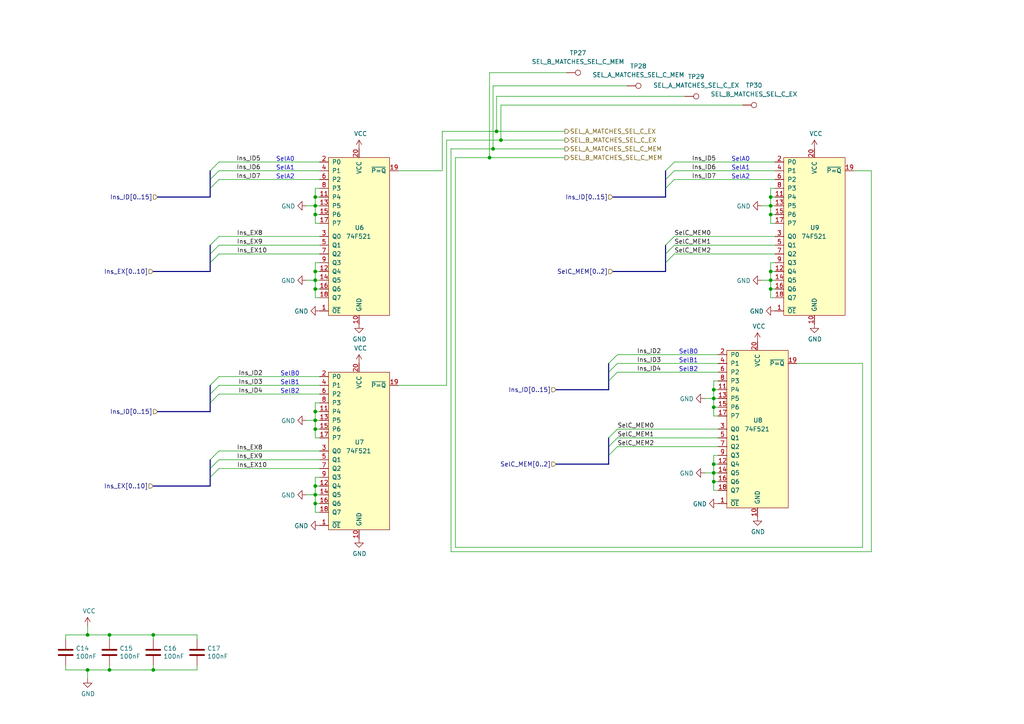
<source format=kicad_sch>
(kicad_sch (version 20211123) (generator eeschema)
  (paper "A4")
  (title_block (date "2022-04-13") (rev "A"))
  (lib_symbols
    (symbol "74xx (kicad5):74F521" (pin_names (offset 1.016))
      (property "Reference" "U" (at 0 0 0))
      (property "Value" "74F521" (at 0 -2.54 0))
      (symbol "74F521_0_0"
        (pin input line (at -11.43 -24.13 0) (length 2.54) (name "~{OE}") (number "1"))
        (pin power_in line (at 0 -27.94 90) (length 2.54) (name "GND") (number "10"))
        (pin input line (at -11.43 8.89 0) (length 2.54) (name "P4") (number "11"))
        (pin input line (at -11.43 -12.7 0) (length 2.54) (name "Q4") (number "12"))
        (pin input line (at -11.43 6.35 0) (length 2.54) (name "P5") (number "13"))
        (pin input line (at -11.43 -15.24 0) (length 2.54) (name "Q5") (number "14"))
        (pin input line (at -11.43 3.81 0) (length 2.54) (name "P6") (number "15"))
        (pin input line (at -11.43 -17.78 0) (length 2.54) (name "Q6") (number "16"))
        (pin input line (at -11.43 1.27 0) (length 2.54) (name "P7") (number "17"))
        (pin input line (at -11.43 -20.32 0) (length 2.54) (name "Q7") (number "18"))
        (pin output line (at 11.43 16.51 180) (length 2.54) (name "~{P=Q}") (number "19"))
        (pin input line (at -11.43 19.05 0) (length 2.54) (name "P0") (number "2"))
        (pin power_in line (at 0 22.86 270) (length 2.54) (name "VCC") (number "20"))
        (pin input line (at -11.43 -2.54 0) (length 2.54) (name "Q0") (number "3"))
        (pin input line (at -11.43 16.51 0) (length 2.54) (name "P1") (number "4"))
        (pin input line (at -11.43 -5.08 0) (length 2.54) (name "Q1") (number "5"))
        (pin input line (at -11.43 13.97 0) (length 2.54) (name "P2") (number "6"))
        (pin input line (at -11.43 -7.62 0) (length 2.54) (name "Q2") (number "7"))
        (pin input line (at -11.43 11.43 0) (length 2.54) (name "P3") (number "8"))
        (pin input line (at -11.43 -10.16 0) (length 2.54) (name "Q3") (number "9"))
      )
      (symbol "74F521_0_1"
        (rectangle (start -8.89 20.32) (end 8.89 -25.4) (fill (type background)))
      )
    )
    (symbol "Connector:TestPoint" (pin_numbers hide) (pin_names (offset 0.762) hide)
      (property "Reference" "TP" (at 0 6.858 0))
      (property "Value" "TestPoint" (at 0 5.08 0))
      (symbol "TestPoint_0_1"
        (circle (center 0 3.302) (radius 0.762))
      )
      (symbol "TestPoint_1_1"
        (pin passive line (at 0 0 90) (length 2.54) (name "1") (number "1"))
      )
    )
    (symbol "Device:C" (pin_numbers hide) (pin_names (offset 0.254))
      (property "Reference" "C" (at 0.635 2.54 0))
      (property "Value" "C" (at 0.635 -2.54 0))
      (symbol "C_0_1"
        (polyline (pts (xy -2.032 -0.762) (xy 2.032 -0.762)) (stroke (width 0.508)))
        (polyline (pts (xy -2.032 0.762) (xy 2.032 0.762)) (stroke (width 0.508)))
      )
      (symbol "C_1_1"
        (pin passive line (at 0 3.81 270) (length 2.794) (name "~") (number "1"))
        (pin passive line (at 0 -3.81 90) (length 2.794) (name "~") (number "2"))
      )
    )
    (symbol "power:GND" (power) (pin_names (offset 0))
      (property "Value" "GND" (at 0 -3.81 0))
      (symbol "GND_0_1"
        (polyline (pts (xy 0 0) (xy 0 -1.27) (xy 1.27 -1.27) (xy 0 -2.54) (xy -1.27 -1.27) (xy 0 -1.27)))
      )
      (symbol "GND_1_1"
        (pin power_in line (at 0 0 270) (length 0) hide (name "GND") (number "1"))
      )
    )
    (symbol "power:VCC" (power) (pin_names (offset 0))
      (property "Value" "VCC" (at 0 3.81 0))
      (symbol "VCC_0_1"
        (polyline (pts (xy -0.762 1.27) (xy 0 2.54)))
        (polyline (pts (xy 0 0) (xy 0 2.54)))
        (polyline (pts (xy 0 2.54) (xy 0.762 1.27)))
      )
      (symbol "VCC_1_1"
        (pin power_in line (at 0 0 90) (length 0) hide (name "VCC") (number "1"))
      )
    )
  )
  (junction (at 207.01 139.7))
  (junction (at 25.4 184.15))
  (junction (at 207.01 113.03))
  (junction (at 91.44 57.15))
  (junction (at 207.01 137.16))
  (junction (at 223.52 78.74))
  (junction (at 91.44 119.38))
  (junction (at 223.52 59.69))
  (junction (at 25.4 194.31))
  (junction (at 91.44 146.05))
  (junction (at 91.44 140.97))
  (junction (at 207.01 118.11))
  (junction (at 223.52 57.15))
  (junction (at 143.002 43.18))
  (junction (at 223.52 62.23))
  (junction (at 91.44 143.51))
  (junction (at 141.986 45.72))
  (junction (at 91.44 59.69))
  (junction (at 91.44 81.28))
  (junction (at 223.52 83.82))
  (junction (at 44.45 194.31))
  (junction (at 31.75 194.31))
  (junction (at 223.52 81.28))
  (junction (at 31.75 184.15))
  (junction (at 91.44 62.23))
  (junction (at 144.018 38.1))
  (junction (at 91.44 121.92))
  (junction (at 207.01 115.57))
  (junction (at 207.01 134.62))
  (junction (at 44.45 184.15))
  (junction (at 145.288 40.64))
  (junction (at 91.44 83.82))
  (junction (at 91.44 78.74))
  (junction (at 91.44 124.46))
  (bus_entry (at 193.04 71.12) (size 2.54 -2.54))
  (bus_entry (at 63.5 46.99) (size -2.54 2.54))
  (bus_entry (at 176.53 127) (size 2.54 -2.54))
  (bus_entry (at 179.07 102.87) (size -2.54 2.54))
  (bus_entry (at 63.5 49.53) (size -2.54 2.54))
  (bus_entry (at 193.04 76.2) (size 2.54 -2.54))
  (bus_entry (at 179.07 105.41) (size -2.54 2.54))
  (bus_entry (at 60.96 138.43) (size 2.54 -2.54))
  (bus_entry (at 63.5 114.3) (size -2.54 2.54))
  (bus_entry (at 176.53 132.08) (size 2.54 -2.54))
  (bus_entry (at 195.58 49.53) (size -2.54 2.54))
  (bus_entry (at 60.96 71.12) (size 2.54 -2.54))
  (bus_entry (at 63.5 109.22) (size -2.54 2.54))
  (bus_entry (at 195.58 46.99) (size -2.54 2.54))
  (bus_entry (at 63.5 111.76) (size -2.54 2.54))
  (bus_entry (at 179.07 107.95) (size -2.54 2.54))
  (bus_entry (at 60.96 135.89) (size 2.54 -2.54))
  (bus_entry (at 195.58 52.07) (size -2.54 2.54))
  (bus_entry (at 60.96 133.35) (size 2.54 -2.54))
  (bus_entry (at 63.5 52.07) (size -2.54 2.54))
  (bus_entry (at 193.04 73.66) (size 2.54 -2.54))
  (bus_entry (at 60.96 73.66) (size 2.54 -2.54))
  (bus_entry (at 176.53 129.54) (size 2.54 -2.54))
  (bus_entry (at 60.96 76.2) (size 2.54 -2.54))
  (bus (pts (xy 60.96 52.07) (xy 60.96 54.61)))
  (wire (pts (xy 144.018 27.94) (xy 144.018 38.1)))
  (bus (pts (xy 60.96 49.53) (xy 60.96 52.07)))
  (wire (pts (xy 91.44 57.15) (xy 91.44 59.69)))
  (wire (pts (xy 141.986 45.72) (xy 163.83 45.72)))
  (bus (pts (xy 177.8 78.74) (xy 193.04 78.74)))
  (wire (pts (xy 44.45 194.31) (xy 57.15 194.31)))
  (wire (pts (xy 91.44 62.23) (xy 91.44 64.77)))
  (wire (pts (xy 195.58 46.99) (xy 224.79 46.99)))
  (bus (pts (xy 161.29 134.62) (xy 176.53 134.62)))
  (bus (pts (xy 176.53 110.49) (xy 176.53 113.03)))
  (bus (pts (xy 176.53 105.41) (xy 176.53 107.95)))
  (wire (pts (xy 130.81 43.18) (xy 143.002 43.18)))
  (bus (pts (xy 176.53 127) (xy 176.53 129.54)))
  (wire (pts (xy 92.71 140.97) (xy 91.44 140.97)))
  (wire (pts (xy 231.14 105.41) (xy 250.19 105.41)))
  (wire (pts (xy 63.5 109.22) (xy 92.71 109.22)))
  (bus (pts (xy 60.96 135.89) (xy 60.96 138.43)))
  (bus (pts (xy 176.53 132.08) (xy 176.53 134.62)))
  (wire (pts (xy 91.44 121.92) (xy 91.44 124.46)))
  (wire (pts (xy 132.08 45.72) (xy 141.986 45.72)))
  (wire (pts (xy 224.79 68.58) (xy 195.58 68.58)))
  (wire (pts (xy 223.52 59.69) (xy 224.79 59.69)))
  (wire (pts (xy 215.392 30.48) (xy 145.288 30.48)))
  (bus (pts (xy 176.53 129.54) (xy 176.53 132.08)))
  (bus (pts (xy 193.04 73.66) (xy 193.04 76.2)))
  (wire (pts (xy 207.01 115.57) (xy 208.28 115.57)))
  (wire (pts (xy 25.4 196.85) (xy 25.4 194.31)))
  (wire (pts (xy 207.01 139.7) (xy 207.01 142.24)))
  (wire (pts (xy 57.15 184.15) (xy 57.15 185.42)))
  (wire (pts (xy 91.44 121.92) (xy 88.9 121.92)))
  (wire (pts (xy 143.002 24.892) (xy 143.002 43.18)))
  (wire (pts (xy 224.79 57.15) (xy 223.52 57.15)))
  (wire (pts (xy 25.4 194.31) (xy 31.75 194.31)))
  (wire (pts (xy 91.44 59.69) (xy 91.44 62.23)))
  (wire (pts (xy 207.01 137.16) (xy 204.47 137.16)))
  (wire (pts (xy 91.44 59.69) (xy 92.71 59.69)))
  (bus (pts (xy 193.04 71.12) (xy 193.04 73.66)))
  (wire (pts (xy 207.01 120.65) (xy 208.28 120.65)))
  (wire (pts (xy 207.01 137.16) (xy 207.01 139.7)))
  (bus (pts (xy 60.96 57.15) (xy 45.72 57.15)))
  (wire (pts (xy 179.07 102.87) (xy 208.28 102.87)))
  (wire (pts (xy 223.52 64.77) (xy 224.79 64.77)))
  (bus (pts (xy 193.04 49.53) (xy 193.04 52.07)))
  (wire (pts (xy 181.864 24.892) (xy 143.002 24.892)))
  (wire (pts (xy 208.28 129.54) (xy 179.07 129.54)))
  (wire (pts (xy 207.01 142.24) (xy 208.28 142.24)))
  (wire (pts (xy 91.44 138.43) (xy 91.44 140.97)))
  (wire (pts (xy 250.19 158.75) (xy 132.08 158.75)))
  (wire (pts (xy 207.01 137.16) (xy 208.28 137.16)))
  (wire (pts (xy 224.79 73.66) (xy 195.58 73.66)))
  (wire (pts (xy 19.05 184.15) (xy 25.4 184.15)))
  (bus (pts (xy 60.96 73.66) (xy 60.96 76.2)))
  (wire (pts (xy 195.58 71.12) (xy 224.79 71.12)))
  (wire (pts (xy 19.05 185.42) (xy 19.05 184.15)))
  (bus (pts (xy 44.45 78.74) (xy 60.96 78.74)))
  (wire (pts (xy 92.71 83.82) (xy 91.44 83.82)))
  (wire (pts (xy 92.71 116.84) (xy 91.44 116.84)))
  (wire (pts (xy 63.5 68.58) (xy 92.71 68.58)))
  (wire (pts (xy 164.338 21.082) (xy 141.986 21.082)))
  (bus (pts (xy 176.53 107.95) (xy 176.53 110.49)))
  (wire (pts (xy 208.28 124.46) (xy 179.07 124.46)))
  (wire (pts (xy 91.44 143.51) (xy 92.71 143.51)))
  (wire (pts (xy 25.4 181.61) (xy 25.4 184.15)))
  (wire (pts (xy 223.52 57.15) (xy 223.52 59.69)))
  (bus (pts (xy 176.53 113.03) (xy 161.29 113.03)))
  (wire (pts (xy 223.52 54.61) (xy 223.52 57.15)))
  (wire (pts (xy 91.44 81.28) (xy 91.44 83.82)))
  (wire (pts (xy 208.28 118.11) (xy 207.01 118.11)))
  (wire (pts (xy 92.71 76.2) (xy 91.44 76.2)))
  (wire (pts (xy 91.44 83.82) (xy 91.44 86.36)))
  (wire (pts (xy 195.58 49.53) (xy 224.79 49.53)))
  (wire (pts (xy 91.44 119.38) (xy 91.44 121.92)))
  (wire (pts (xy 63.5 71.12) (xy 92.71 71.12)))
  (wire (pts (xy 223.52 81.28) (xy 223.52 83.82)))
  (wire (pts (xy 208.28 110.49) (xy 207.01 110.49)))
  (bus (pts (xy 193.04 54.61) (xy 193.04 57.15)))
  (wire (pts (xy 207.01 115.57) (xy 207.01 118.11)))
  (wire (pts (xy 91.44 121.92) (xy 92.71 121.92)))
  (wire (pts (xy 91.44 148.59) (xy 92.71 148.59)))
  (wire (pts (xy 207.01 110.49) (xy 207.01 113.03)))
  (wire (pts (xy 91.44 81.28) (xy 92.71 81.28)))
  (wire (pts (xy 208.28 132.08) (xy 207.01 132.08)))
  (bus (pts (xy 193.04 57.15) (xy 177.8 57.15)))
  (wire (pts (xy 92.71 54.61) (xy 91.44 54.61)))
  (bus (pts (xy 60.96 133.35) (xy 60.96 135.89)))
  (bus (pts (xy 60.96 114.3) (xy 60.96 116.84)))
  (wire (pts (xy 91.44 54.61) (xy 91.44 57.15)))
  (wire (pts (xy 92.71 146.05) (xy 91.44 146.05)))
  (wire (pts (xy 223.52 86.36) (xy 224.79 86.36)))
  (wire (pts (xy 128.27 49.53) (xy 128.27 38.1)))
  (wire (pts (xy 91.44 76.2) (xy 91.44 78.74)))
  (wire (pts (xy 223.52 83.82) (xy 223.52 86.36)))
  (wire (pts (xy 91.44 143.51) (xy 88.9 143.51)))
  (wire (pts (xy 207.01 113.03) (xy 207.01 115.57)))
  (wire (pts (xy 224.79 78.74) (xy 223.52 78.74)))
  (wire (pts (xy 44.45 184.15) (xy 57.15 184.15)))
  (wire (pts (xy 91.44 78.74) (xy 91.44 81.28)))
  (wire (pts (xy 63.5 73.66) (xy 92.71 73.66)))
  (bus (pts (xy 60.96 71.12) (xy 60.96 73.66)))
  (bus (pts (xy 60.96 116.84) (xy 60.96 119.38)))
  (wire (pts (xy 91.44 146.05) (xy 91.44 148.59)))
  (wire (pts (xy 207.01 134.62) (xy 207.01 137.16)))
  (bus (pts (xy 193.04 76.2) (xy 193.04 78.74)))
  (wire (pts (xy 224.79 54.61) (xy 223.52 54.61)))
  (wire (pts (xy 63.5 114.3) (xy 92.71 114.3)))
  (wire (pts (xy 224.79 76.2) (xy 223.52 76.2)))
  (wire (pts (xy 223.52 59.69) (xy 220.98 59.69)))
  (wire (pts (xy 223.52 76.2) (xy 223.52 78.74)))
  (wire (pts (xy 92.71 124.46) (xy 91.44 124.46)))
  (wire (pts (xy 252.73 160.02) (xy 130.81 160.02)))
  (wire (pts (xy 19.05 194.31) (xy 25.4 194.31)))
  (wire (pts (xy 63.5 111.76) (xy 92.71 111.76)))
  (wire (pts (xy 92.71 119.38) (xy 91.44 119.38)))
  (wire (pts (xy 143.002 43.18) (xy 163.83 43.18)))
  (wire (pts (xy 63.5 46.99) (xy 92.71 46.99)))
  (wire (pts (xy 195.58 52.07) (xy 224.79 52.07)))
  (wire (pts (xy 141.986 21.082) (xy 141.986 45.72)))
  (wire (pts (xy 91.44 116.84) (xy 91.44 119.38)))
  (wire (pts (xy 145.288 40.64) (xy 163.83 40.64)))
  (wire (pts (xy 25.4 184.15) (xy 31.75 184.15)))
  (wire (pts (xy 92.71 57.15) (xy 91.44 57.15)))
  (wire (pts (xy 63.5 130.81) (xy 92.71 130.81)))
  (bus (pts (xy 60.96 138.43) (xy 60.96 140.97)))
  (wire (pts (xy 115.57 49.53) (xy 128.27 49.53)))
  (bus (pts (xy 44.45 140.97) (xy 60.96 140.97)))
  (wire (pts (xy 31.75 184.15) (xy 31.75 185.42)))
  (wire (pts (xy 92.71 62.23) (xy 91.44 62.23)))
  (wire (pts (xy 129.54 40.64) (xy 145.288 40.64)))
  (wire (pts (xy 31.75 194.31) (xy 31.75 193.04)))
  (bus (pts (xy 60.96 76.2) (xy 60.96 78.74)))
  (wire (pts (xy 223.52 62.23) (xy 223.52 64.77)))
  (wire (pts (xy 207.01 115.57) (xy 204.47 115.57)))
  (bus (pts (xy 193.04 52.07) (xy 193.04 54.61)))
  (wire (pts (xy 179.07 127) (xy 208.28 127)))
  (wire (pts (xy 31.75 184.15) (xy 44.45 184.15)))
  (wire (pts (xy 129.54 40.64) (xy 129.54 111.76)))
  (wire (pts (xy 247.65 49.53) (xy 252.73 49.53)))
  (wire (pts (xy 63.5 133.35) (xy 92.71 133.35)))
  (wire (pts (xy 252.73 49.53) (xy 252.73 160.02)))
  (wire (pts (xy 91.44 81.28) (xy 88.9 81.28)))
  (wire (pts (xy 224.79 83.82) (xy 223.52 83.82)))
  (wire (pts (xy 130.81 43.18) (xy 130.81 160.02)))
  (wire (pts (xy 223.52 81.28) (xy 220.98 81.28)))
  (wire (pts (xy 145.288 30.48) (xy 145.288 40.64)))
  (wire (pts (xy 91.44 124.46) (xy 91.44 127)))
  (wire (pts (xy 19.05 193.04) (xy 19.05 194.31)))
  (wire (pts (xy 63.5 135.89) (xy 92.71 135.89)))
  (wire (pts (xy 92.71 138.43) (xy 91.44 138.43)))
  (wire (pts (xy 115.57 111.76) (xy 129.54 111.76)))
  (wire (pts (xy 91.44 59.69) (xy 88.9 59.69)))
  (wire (pts (xy 207.01 132.08) (xy 207.01 134.62)))
  (wire (pts (xy 57.15 194.31) (xy 57.15 193.04)))
  (bus (pts (xy 60.96 111.76) (xy 60.96 114.3)))
  (wire (pts (xy 91.44 86.36) (xy 92.71 86.36)))
  (wire (pts (xy 179.07 107.95) (xy 208.28 107.95)))
  (wire (pts (xy 91.44 143.51) (xy 91.44 146.05)))
  (wire (pts (xy 91.44 127) (xy 92.71 127)))
  (wire (pts (xy 144.018 38.1) (xy 163.83 38.1)))
  (wire (pts (xy 198.628 27.94) (xy 144.018 27.94)))
  (wire (pts (xy 92.71 78.74) (xy 91.44 78.74)))
  (wire (pts (xy 128.27 38.1) (xy 144.018 38.1)))
  (wire (pts (xy 44.45 184.15) (xy 44.45 185.42)))
  (wire (pts (xy 63.5 49.53) (xy 92.71 49.53)))
  (wire (pts (xy 223.52 59.69) (xy 223.52 62.23)))
  (wire (pts (xy 208.28 139.7) (xy 207.01 139.7)))
  (wire (pts (xy 91.44 140.97) (xy 91.44 143.51)))
  (wire (pts (xy 208.28 113.03) (xy 207.01 113.03)))
  (wire (pts (xy 31.75 194.31) (xy 44.45 194.31)))
  (bus (pts (xy 60.96 54.61) (xy 60.96 57.15)))
  (bus (pts (xy 60.96 119.38) (xy 45.72 119.38)))
  (wire (pts (xy 44.45 194.31) (xy 44.45 193.04)))
  (wire (pts (xy 179.07 105.41) (xy 208.28 105.41)))
  (wire (pts (xy 223.52 81.28) (xy 224.79 81.28)))
  (wire (pts (xy 132.08 45.72) (xy 132.08 158.75)))
  (wire (pts (xy 224.79 62.23) (xy 223.52 62.23)))
  (wire (pts (xy 207.01 118.11) (xy 207.01 120.65)))
  (wire (pts (xy 63.5 52.07) (xy 92.71 52.07)))
  (wire (pts (xy 223.52 78.74) (xy 223.52 81.28)))
  (wire (pts (xy 208.28 134.62) (xy 207.01 134.62)))
  (wire (pts (xy 91.44 64.77) (xy 92.71 64.77)))
  (wire (pts (xy 250.19 105.41) (xy 250.19 158.75)))
  (text "SelA0" (at 212.09 46.99 0) (effects (font (size 1.27 1.27)) (justify left bottom)))
  (text "SelB1" (at 81.28 111.76 0) (effects (font (size 1.27 1.27)) (justify left bottom)))
  (text "SelA2" (at 212.09 52.07 0) (effects (font (size 1.27 1.27)) (justify left bottom)))
  (text "SelA1" (at 212.09 49.53 0) (effects (font (size 1.27 1.27)) (justify left bottom)))
  (text "SelB2" (at 196.85 107.95 0) (effects (font (size 1.27 1.27)) (justify left bottom)))
  (text "SelA0" (at 80.01 46.99 0) (effects (font (size 1.27 1.27)) (justify left bottom)))
  (text "SelB2" (at 81.28 114.3 0) (effects (font (size 1.27 1.27)) (justify left bottom)))
  (text "SelA1" (at 80.01 49.53 0) (effects (font (size 1.27 1.27)) (justify left bottom)))
  (text "SelA2" (at 80.01 52.07 0) (effects (font (size 1.27 1.27)) (justify left bottom)))
  (text "SelB0" (at 196.85 102.87 0) (effects (font (size 1.27 1.27)) (justify left bottom)))
  (text "SelB0" (at 81.28 109.22 0) (effects (font (size 1.27 1.27)) (justify left bottom)))
  (text "SelB1" (at 196.85 105.41 0) (effects (font (size 1.27 1.27)) (justify left bottom)))
  (label "Ins_ID7" (at 200.66 52.07 0))
  (label "SelC_MEM1" (at 195.58 71.12 0))
  (label "SelC_MEM0" (at 195.58 68.58 0))
  (label "SelC_MEM0" (at 179.07 124.46 0))
  (label "Ins_ID3" (at 76.2 111.76 180))
  (label "Ins_EX9" (at 76.2 133.35 180))
  (label "Ins_EX10" (at 77.47 135.89 180))
  (label "Ins_EX9" (at 76.2 71.12 180))
  (label "Ins_EX8" (at 76.2 68.58 180))
  (label "Ins_ID2" (at 76.2 109.22 180))
  (label "Ins_EX8" (at 76.2 130.81 180))
  (label "SelC_MEM2" (at 179.07 129.54 0))
  (label "Ins_ID4" (at 76.2 114.3 180))
  (label "Ins_ID6" (at 68.58 49.53 0))
  (label "Ins_EX10" (at 77.47 73.66 180))
  (label "Ins_ID2" (at 191.77 102.87 180))
  (label "Ins_ID6" (at 200.66 49.53 0))
  (label "SelC_MEM1" (at 179.07 127 0))
  (label "Ins_ID3" (at 191.77 105.41 180))
  (label "SelC_MEM2" (at 195.58 73.66 0))
  (label "Ins_ID5" (at 200.66 46.99 0))
  (label "Ins_ID5" (at 68.58 46.99 0))
  (label "Ins_ID7" (at 68.58 52.07 0))
  (label "Ins_ID4" (at 191.77 107.95 180))
  (hierarchical_label "SEL_A_MATCHES_SEL_C_EX" (shape output) (at 163.83 38.1 0))
  (hierarchical_label "Ins_EX[0..10]" (shape input) (at 44.45 78.74 180))
  (hierarchical_label "SEL_A_MATCHES_SEL_C_MEM" (shape output) (at 163.83 43.18 0))
  (hierarchical_label "SEL_B_MATCHES_SEL_C_MEM" (shape output) (at 163.83 45.72 0))
  (hierarchical_label "SelC_MEM[0..2]" (shape input) (at 161.29 134.62 180))
  (hierarchical_label "Ins_ID[0..15]" (shape input) (at 161.29 113.03 180))
  (hierarchical_label "Ins_ID[0..15]" (shape input) (at 45.72 119.38 180))
  (hierarchical_label "Ins_ID[0..15]" (shape input) (at 45.72 57.15 180))
  (hierarchical_label "Ins_EX[0..10]" (shape input) (at 44.45 140.97 180))
  (hierarchical_label "SelC_MEM[0..2]" (shape input) (at 177.8 78.74 180))
  (hierarchical_label "Ins_ID[0..15]" (shape input) (at 177.8 57.15 180))
  (hierarchical_label "SEL_B_MATCHES_SEL_C_EX" (shape output) (at 163.83 40.64 0))
  (symbol (lib_id "Device:C") (at 19.05 189.23 0) (unit 1)
    (property "Reference" "C14" (at 21.971 188.0616 0) (effects (justify left)))
    (property "Value" "100nF" (at 21.971 190.373 0) (effects (justify left)))
    (property "Footprint" "Capacitor_SMD:C_0603_1608Metric_Pad1.08x0.95mm_HandSolder" (effects hide))
    (property "Mouser" "https://www.mouser.com/ProductDetail/963-EMK107B7104KAHT" (effects hide))
  )
  (symbol (lib_id "power:VCC") (at 25.4 181.61 0) (unit 1)
    (property "Reference" "#PWR0117" (effects hide))
    (property "Value" "VCC" (at 25.8318 177.2158 0))
  )
  (symbol (lib_id "power:GND") (at 25.4 196.85 0) (unit 1)
    (property "Reference" "#PWR0118" (effects hide))
    (property "Value" "GND" (at 25.527 201.2442 0))
  )
  (symbol (lib_id "Device:C") (at 31.75 189.23 0) (unit 1)
    (property "Reference" "C15" (at 34.671 188.0616 0) (effects (justify left)))
    (property "Value" "100nF" (at 34.671 190.373 0) (effects (justify left)))
    (property "Footprint" "Capacitor_SMD:C_0603_1608Metric_Pad1.08x0.95mm_HandSolder" (effects hide))
    (property "Mouser" "https://www.mouser.com/ProductDetail/963-EMK107B7104KAHT" (effects hide))
  )
  (symbol (lib_id "Device:C") (at 44.45 189.23 0) (unit 1)
    (property "Reference" "C16" (at 47.371 188.0616 0) (effects (justify left)))
    (property "Value" "100nF" (at 47.371 190.373 0) (effects (justify left)))
    (property "Footprint" "Capacitor_SMD:C_0603_1608Metric_Pad1.08x0.95mm_HandSolder" (effects hide))
    (property "Mouser" "https://www.mouser.com/ProductDetail/963-EMK107B7104KAHT" (effects hide))
  )
  (symbol (lib_id "Device:C") (at 57.15 189.23 0) (unit 1)
    (property "Reference" "C17" (at 60.071 188.0616 0) (effects (justify left)))
    (property "Value" "100nF" (at 60.071 190.373 0) (effects (justify left)))
    (property "Footprint" "Capacitor_SMD:C_0603_1608Metric_Pad1.08x0.95mm_HandSolder" (effects hide))
    (property "Mouser" "https://www.mouser.com/ProductDetail/963-EMK107B7104KAHT" (effects hide))
  )
  (symbol (lib_id "74xx (kicad5):74F521") (at 104.14 66.04 0) (unit 1)
    (property "Reference" "U6" (at 102.87 66.04 0) (effects (justify left)))
    (property "Value" "74F521" (at 100.33 68.58 0) (effects (justify left)))
    (property "Footprint" "Package_SO:SOIC-20W_7.5x12.8mm_P1.27mm" (effects hide))
    (property "Datasheet" "https://www.ti.com/lit/ds/symlink/sn74f521.pdf?HQS=dis-mous-null-mousermode-dsf-pf-null-wwe&ts=1617462836509" (effects hide))
    (property "Mouser" "https://www.mouser.com/ProductDetail/Texas-Instruments/SN74F521DWR?qs=mE33ZKBHyE6Hxf0oNfiDUg%3D%3D" (effects hide))
  )
  (symbol (lib_id "power:VCC") (at 104.14 43.18 0) (unit 1)
    (property "Reference" "#PWR0125" (effects hide))
    (property "Value" "VCC" (at 104.5718 38.7858 0))
  )
  (symbol (lib_id "power:GND") (at 104.14 93.98 0) (unit 1)
    (property "Reference" "#PWR0126" (effects hide))
    (property "Value" "GND" (at 104.267 98.3742 0))
  )
  (symbol (lib_id "power:GND") (at 92.71 90.17 270) (unit 1)
    (property "Reference" "#PWR0123" (effects hide))
    (property "Value" "GND" (at 89.4588 90.297 90) (effects (justify right)))
  )
  (symbol (lib_id "power:GND") (at 88.9 81.28 270) (unit 1)
    (property "Reference" "#PWR0120" (effects hide))
    (property "Value" "GND" (at 85.6488 81.407 90) (effects (justify right)))
  )
  (symbol (lib_id "power:GND") (at 88.9 59.69 270) (unit 1)
    (property "Reference" "#PWR0119" (effects hide))
    (property "Value" "GND" (at 85.6488 59.817 90) (effects (justify right)))
  )
  (symbol (lib_id "74xx (kicad5):74F521") (at 104.14 128.27 0) (unit 1)
    (property "Reference" "U7" (at 102.87 128.27 0) (effects (justify left)))
    (property "Value" "74F521" (at 100.33 130.81 0) (effects (justify left)))
    (property "Footprint" "Package_SO:SOIC-20W_7.5x12.8mm_P1.27mm" (effects hide))
    (property "Datasheet" "https://www.ti.com/lit/ds/symlink/sn74f521.pdf?HQS=dis-mous-null-mousermode-dsf-pf-null-wwe&ts=1617462836509" (effects hide))
    (property "Mouser" "https://www.mouser.com/ProductDetail/Texas-Instruments/SN74F521DWR?qs=mE33ZKBHyE6Hxf0oNfiDUg%3D%3D" (effects hide))
  )
  (symbol (lib_id "power:VCC") (at 104.14 105.41 0) (unit 1)
    (property "Reference" "#PWR0127" (effects hide))
    (property "Value" "VCC" (at 104.5718 101.0158 0))
  )
  (symbol (lib_id "power:GND") (at 104.14 156.21 0) (unit 1)
    (property "Reference" "#PWR0128" (effects hide))
    (property "Value" "GND" (at 104.267 160.6042 0))
  )
  (symbol (lib_id "power:GND") (at 92.71 152.4 270) (unit 1)
    (property "Reference" "#PWR0124" (effects hide))
    (property "Value" "GND" (at 89.4588 152.527 90) (effects (justify right)))
  )
  (symbol (lib_id "power:GND") (at 88.9 143.51 270) (unit 1)
    (property "Reference" "#PWR0122" (effects hide))
    (property "Value" "GND" (at 85.6488 143.637 90) (effects (justify right)))
  )
  (symbol (lib_id "power:GND") (at 88.9 121.92 270) (unit 1)
    (property "Reference" "#PWR0121" (effects hide))
    (property "Value" "GND" (at 85.6488 122.047 90) (effects (justify right)))
  )
  (symbol (lib_id "power:GND") (at 220.98 59.69 270) (unit 1)
    (property "Reference" "#PWR0134" (effects hide))
    (property "Value" "GND" (at 217.7288 59.817 90) (effects (justify right)))
  )
  (symbol (lib_id "power:GND") (at 220.98 81.28 270) (unit 1)
    (property "Reference" "#PWR0135" (effects hide))
    (property "Value" "GND" (at 217.7288 81.407 90) (effects (justify right)))
  )
  (symbol (lib_id "power:GND") (at 224.79 90.17 270) (unit 1)
    (property "Reference" "#PWR0136" (effects hide))
    (property "Value" "GND" (at 221.5388 90.297 90) (effects (justify right)))
  )
  (symbol (lib_id "power:GND") (at 236.22 93.98 0) (unit 1)
    (property "Reference" "#PWR0138" (effects hide))
    (property "Value" "GND" (at 236.347 98.3742 0))
  )
  (symbol (lib_id "power:VCC") (at 236.22 43.18 0) (unit 1)
    (property "Reference" "#PWR0137" (effects hide))
    (property "Value" "VCC" (at 236.6518 38.7858 0))
  )
  (symbol (lib_id "74xx (kicad5):74F521") (at 236.22 66.04 0) (unit 1)
    (property "Reference" "U9" (at 234.95 66.04 0) (effects (justify left)))
    (property "Value" "74F521" (at 232.41 68.58 0) (effects (justify left)))
    (property "Footprint" "Package_SO:SOIC-20W_7.5x12.8mm_P1.27mm" (effects hide))
    (property "Datasheet" "https://www.ti.com/lit/ds/symlink/sn74f521.pdf?HQS=dis-mous-null-mousermode-dsf-pf-null-wwe&ts=1617462836509" (effects hide))
    (property "Mouser" "https://www.mouser.com/ProductDetail/Texas-Instruments/SN74F521DWR?qs=mE33ZKBHyE6Hxf0oNfiDUg%3D%3D" (effects hide))
  )
  (symbol (lib_id "74xx (kicad5):74F521") (at 219.71 121.92 0) (unit 1)
    (property "Reference" "U8" (at 218.44 121.92 0) (effects (justify left)))
    (property "Value" "74F521" (at 215.9 124.46 0) (effects (justify left)))
    (property "Footprint" "Package_SO:SOIC-20W_7.5x12.8mm_P1.27mm" (effects hide))
    (property "Datasheet" "https://www.ti.com/lit/ds/symlink/sn74f521.pdf?HQS=dis-mous-null-mousermode-dsf-pf-null-wwe&ts=1617462836509" (effects hide))
    (property "Mouser" "https://www.mouser.com/ProductDetail/Texas-Instruments/SN74F521DWR?qs=mE33ZKBHyE6Hxf0oNfiDUg%3D%3D" (effects hide))
  )
  (symbol (lib_id "power:VCC") (at 219.71 99.06 0) (unit 1)
    (property "Reference" "#PWR0132" (effects hide))
    (property "Value" "VCC" (at 220.1418 94.6658 0))
  )
  (symbol (lib_id "power:GND") (at 219.71 149.86 0) (unit 1)
    (property "Reference" "#PWR0133" (effects hide))
    (property "Value" "GND" (at 219.837 154.2542 0))
  )
  (symbol (lib_id "power:GND") (at 208.28 146.05 270) (unit 1)
    (property "Reference" "#PWR0131" (effects hide))
    (property "Value" "GND" (at 205.0288 146.177 90) (effects (justify right)))
  )
  (symbol (lib_id "power:GND") (at 204.47 137.16 270) (unit 1)
    (property "Reference" "#PWR0130" (effects hide))
    (property "Value" "GND" (at 201.2188 137.287 90) (effects (justify right)))
  )
  (symbol (lib_id "power:GND") (at 204.47 115.57 270) (unit 1)
    (property "Reference" "#PWR0129" (effects hide))
    (property "Value" "GND" (at 201.2188 115.697 90) (effects (justify right)))
  )
  (symbol (lib_id "Connector:TestPoint") (at 215.392 30.48 270) (mirror x) (unit 1)
    (property "Reference" "TP30" (at 218.694 24.765 90))
    (property "Value" "SEL_B_MATCHES_SEL_C_EX" (at 218.694 27.305 90))
    (property "Footprint" "TestPoint:TestPoint_Pad_D1.0mm" (effects hide))
  )
  (symbol (lib_id "Connector:TestPoint") (at 164.338 21.082 270) (mirror x) (unit 1)
    (property "Reference" "TP27" (at 167.64 15.367 90))
    (property "Value" "SEL_B_MATCHES_SEL_C_MEM" (at 167.64 17.907 90))
    (property "Footprint" "TestPoint:TestPoint_Pad_D1.0mm" (effects hide))
  )
  (symbol (lib_id "Connector:TestPoint") (at 198.628 27.94 270) (mirror x) (unit 1)
    (property "Reference" "TP29" (at 201.93 22.225 90))
    (property "Value" "SEL_A_MATCHES_SEL_C_EX" (at 201.93 24.765 90))
    (property "Footprint" "TestPoint:TestPoint_Pad_D1.0mm" (effects hide))
  )
  (symbol (lib_id "Connector:TestPoint") (at 181.864 24.892 270) (mirror x) (unit 1)
    (property "Reference" "TP28" (at 185.166 19.177 90))
    (property "Value" "SEL_A_MATCHES_SEL_C_MEM" (at 185.166 21.717 90))
    (property "Footprint" "TestPoint:TestPoint_Pad_D1.0mm" (effects hide))
  )
)
</source>
